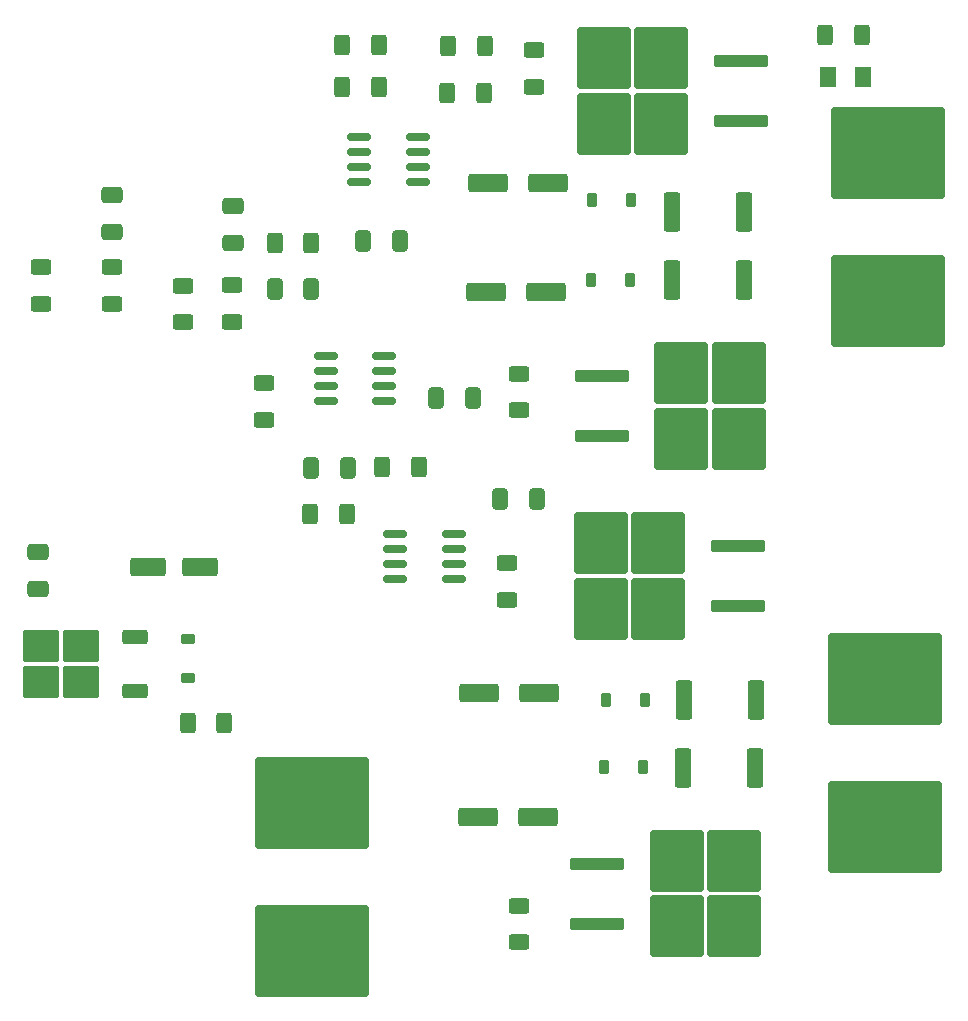
<source format=gtp>
%TF.GenerationSoftware,KiCad,Pcbnew,7.0.7*%
%TF.CreationDate,2023-08-30T15:53:29-04:00*%
%TF.ProjectId,Basic Stereo Amp,42617369-6320-4537-9465-72656f20416d,rev?*%
%TF.SameCoordinates,Original*%
%TF.FileFunction,Paste,Top*%
%TF.FilePolarity,Positive*%
%FSLAX46Y46*%
G04 Gerber Fmt 4.6, Leading zero omitted, Abs format (unit mm)*
G04 Created by KiCad (PCBNEW 7.0.7) date 2023-08-30 15:53:29*
%MOMM*%
%LPD*%
G01*
G04 APERTURE LIST*
G04 Aperture macros list*
%AMRoundRect*
0 Rectangle with rounded corners*
0 $1 Rounding radius*
0 $2 $3 $4 $5 $6 $7 $8 $9 X,Y pos of 4 corners*
0 Add a 4 corners polygon primitive as box body*
4,1,4,$2,$3,$4,$5,$6,$7,$8,$9,$2,$3,0*
0 Add four circle primitives for the rounded corners*
1,1,$1+$1,$2,$3*
1,1,$1+$1,$4,$5*
1,1,$1+$1,$6,$7*
1,1,$1+$1,$8,$9*
0 Add four rect primitives between the rounded corners*
20,1,$1+$1,$2,$3,$4,$5,0*
20,1,$1+$1,$4,$5,$6,$7,0*
20,1,$1+$1,$6,$7,$8,$9,0*
20,1,$1+$1,$8,$9,$2,$3,0*%
G04 Aperture macros list end*
%ADD10RoundRect,0.250001X-0.462499X-0.624999X0.462499X-0.624999X0.462499X0.624999X-0.462499X0.624999X0*%
%ADD11RoundRect,0.250000X-2.050000X-0.300000X2.050000X-0.300000X2.050000X0.300000X-2.050000X0.300000X0*%
%ADD12RoundRect,0.250000X-2.025000X-2.375000X2.025000X-2.375000X2.025000X2.375000X-2.025000X2.375000X0*%
%ADD13RoundRect,0.250000X-0.625000X0.400000X-0.625000X-0.400000X0.625000X-0.400000X0.625000X0.400000X0*%
%ADD14RoundRect,0.250000X2.050000X0.300000X-2.050000X0.300000X-2.050000X-0.300000X2.050000X-0.300000X0*%
%ADD15RoundRect,0.250000X2.025000X2.375000X-2.025000X2.375000X-2.025000X-2.375000X2.025000X-2.375000X0*%
%ADD16RoundRect,0.250000X0.400000X0.625000X-0.400000X0.625000X-0.400000X-0.625000X0.400000X-0.625000X0*%
%ADD17RoundRect,0.250000X-0.412500X-0.650000X0.412500X-0.650000X0.412500X0.650000X-0.412500X0.650000X0*%
%ADD18RoundRect,0.250000X-0.400000X-0.625000X0.400000X-0.625000X0.400000X0.625000X-0.400000X0.625000X0*%
%ADD19RoundRect,0.249998X-4.550002X3.650002X-4.550002X-3.650002X4.550002X-3.650002X4.550002X3.650002X0*%
%ADD20RoundRect,0.250000X1.250000X0.550000X-1.250000X0.550000X-1.250000X-0.550000X1.250000X-0.550000X0*%
%ADD21RoundRect,0.225000X0.225000X0.375000X-0.225000X0.375000X-0.225000X-0.375000X0.225000X-0.375000X0*%
%ADD22RoundRect,0.225000X-0.375000X0.225000X-0.375000X-0.225000X0.375000X-0.225000X0.375000X0.225000X0*%
%ADD23RoundRect,0.250000X-1.412500X-0.550000X1.412500X-0.550000X1.412500X0.550000X-1.412500X0.550000X0*%
%ADD24RoundRect,0.250000X0.650000X-0.412500X0.650000X0.412500X-0.650000X0.412500X-0.650000X-0.412500X0*%
%ADD25RoundRect,0.249999X0.450001X1.425001X-0.450001X1.425001X-0.450001X-1.425001X0.450001X-1.425001X0*%
%ADD26RoundRect,0.249998X4.550002X-3.650002X4.550002X3.650002X-4.550002X3.650002X-4.550002X-3.650002X0*%
%ADD27RoundRect,0.250000X0.625000X-0.400000X0.625000X0.400000X-0.625000X0.400000X-0.625000X-0.400000X0*%
%ADD28RoundRect,0.249999X-0.450001X-1.425001X0.450001X-1.425001X0.450001X1.425001X-0.450001X1.425001X0*%
%ADD29RoundRect,0.150000X-0.825000X-0.150000X0.825000X-0.150000X0.825000X0.150000X-0.825000X0.150000X0*%
%ADD30RoundRect,0.225000X-0.225000X-0.375000X0.225000X-0.375000X0.225000X0.375000X-0.225000X0.375000X0*%
%ADD31RoundRect,0.250000X-0.650000X0.412500X-0.650000X-0.412500X0.650000X-0.412500X0.650000X0.412500X0*%
%ADD32RoundRect,0.250000X0.850000X0.350000X-0.850000X0.350000X-0.850000X-0.350000X0.850000X-0.350000X0*%
%ADD33RoundRect,0.250000X1.275000X1.125000X-1.275000X1.125000X-1.275000X-1.125000X1.275000X-1.125000X0*%
G04 APERTURE END LIST*
D10*
%TO.C,D6*%
X175112500Y-51800000D03*
X178087500Y-51800000D03*
%TD*%
D11*
%TO.C,Q1*%
X155625000Y-118385000D03*
D12*
X162350000Y-118150000D03*
X162350000Y-123700000D03*
X167200000Y-118150000D03*
X167200000Y-123700000D03*
D11*
X155625000Y-123465000D03*
%TD*%
D13*
%TO.C,R15*%
X150300000Y-49500000D03*
X150300000Y-52600000D03*
%TD*%
D14*
%TO.C,Q2*%
X167500000Y-96580000D03*
D15*
X160775000Y-96815000D03*
X160775000Y-91265000D03*
X155925000Y-96815000D03*
X155925000Y-91265000D03*
D14*
X167500000Y-91500000D03*
%TD*%
D16*
%TO.C,R10*%
X146100000Y-49150000D03*
X143000000Y-49150000D03*
%TD*%
D17*
%TO.C,C2*%
X131400000Y-84895000D03*
X134525000Y-84895000D03*
%TD*%
D18*
%TO.C,R9*%
X142900000Y-53100000D03*
X146000000Y-53100000D03*
%TD*%
D13*
%TO.C,R13*%
X148000000Y-92950000D03*
X148000000Y-96050000D03*
%TD*%
%TO.C,R5*%
X108500000Y-67900000D03*
X108500000Y-71000000D03*
%TD*%
D19*
%TO.C,C10*%
X180250000Y-58250000D03*
X180250000Y-70750000D03*
%TD*%
D20*
%TO.C,C15*%
X122000000Y-93300000D03*
X117600000Y-93300000D03*
%TD*%
D21*
%TO.C,D3*%
X158500000Y-62200000D03*
X155200000Y-62200000D03*
%TD*%
D22*
%TO.C,D5*%
X121000000Y-99350000D03*
X121000000Y-102650000D03*
%TD*%
D23*
%TO.C,C8*%
X146200000Y-70000000D03*
X151275000Y-70000000D03*
%TD*%
D13*
%TO.C,R3*%
X124700000Y-69400000D03*
X124700000Y-72500000D03*
%TD*%
D18*
%TO.C,R21*%
X120950000Y-106500000D03*
X124050000Y-106500000D03*
%TD*%
%TO.C,R7*%
X128304128Y-65810000D03*
X131404128Y-65810000D03*
%TD*%
D23*
%TO.C,C5*%
X145625000Y-103900000D03*
X150700000Y-103900000D03*
%TD*%
D24*
%TO.C,C3*%
X124750000Y-65850000D03*
X124750000Y-62725000D03*
%TD*%
D17*
%TO.C,C1*%
X128291628Y-69760000D03*
X131416628Y-69760000D03*
%TD*%
D25*
%TO.C,R20*%
X168050000Y-69000000D03*
X161950000Y-69000000D03*
%TD*%
D18*
%TO.C,R1*%
X134000000Y-52600000D03*
X137100000Y-52600000D03*
%TD*%
D26*
%TO.C,C9*%
X180000000Y-115250000D03*
X180000000Y-102750000D03*
%TD*%
D27*
%TO.C,R11*%
X127400000Y-80800000D03*
X127400000Y-77700000D03*
%TD*%
D28*
%TO.C,R17*%
X162950000Y-104500000D03*
X169050000Y-104500000D03*
%TD*%
D29*
%TO.C,U3*%
X138525000Y-90440000D03*
X138525000Y-91710000D03*
X138525000Y-92980000D03*
X138525000Y-94250000D03*
X143475000Y-94250000D03*
X143475000Y-92980000D03*
X143475000Y-91710000D03*
X143475000Y-90440000D03*
%TD*%
D18*
%TO.C,R22*%
X174900000Y-48200000D03*
X178000000Y-48200000D03*
%TD*%
D11*
%TO.C,Q3*%
X156000000Y-77085000D03*
D12*
X162725000Y-76850000D03*
X162725000Y-82400000D03*
X167575000Y-76850000D03*
X167575000Y-82400000D03*
D11*
X156000000Y-82165000D03*
%TD*%
D18*
%TO.C,R12*%
X137400000Y-84845000D03*
X140500000Y-84845000D03*
%TD*%
D27*
%TO.C,R4*%
X120500000Y-72550000D03*
X120500000Y-69450000D03*
%TD*%
D30*
%TO.C,D2*%
X156150000Y-110200000D03*
X159450000Y-110200000D03*
%TD*%
D31*
%TO.C,C16*%
X108250000Y-92000000D03*
X108250000Y-95125000D03*
%TD*%
D19*
%TO.C,C13*%
X131500000Y-113250000D03*
X131500000Y-125750000D03*
%TD*%
D17*
%TO.C,C11*%
X135791628Y-65710000D03*
X138916628Y-65710000D03*
%TD*%
D13*
%TO.C,R14*%
X149000000Y-121950000D03*
X149000000Y-125050000D03*
%TD*%
D27*
%TO.C,R6*%
X114500000Y-71000000D03*
X114500000Y-67900000D03*
%TD*%
D21*
%TO.C,D1*%
X159650000Y-104500000D03*
X156350000Y-104500000D03*
%TD*%
D17*
%TO.C,C14*%
X147375000Y-87500000D03*
X150500000Y-87500000D03*
%TD*%
D23*
%TO.C,C7*%
X146362500Y-60800000D03*
X151437500Y-60800000D03*
%TD*%
D25*
%TO.C,R18*%
X168950000Y-110300000D03*
X162850000Y-110300000D03*
%TD*%
D17*
%TO.C,C12*%
X141937500Y-79000000D03*
X145062500Y-79000000D03*
%TD*%
D13*
%TO.C,R16*%
X149000000Y-76900000D03*
X149000000Y-80000000D03*
%TD*%
D18*
%TO.C,R8*%
X131300000Y-88795000D03*
X134400000Y-88795000D03*
%TD*%
D29*
%TO.C,U2*%
X132650000Y-75440000D03*
X132650000Y-76710000D03*
X132650000Y-77980000D03*
X132650000Y-79250000D03*
X137600000Y-79250000D03*
X137600000Y-77980000D03*
X137600000Y-76710000D03*
X137600000Y-75440000D03*
%TD*%
D28*
%TO.C,R19*%
X161950000Y-63250000D03*
X168050000Y-63250000D03*
%TD*%
D29*
%TO.C,U1*%
X135450000Y-56890000D03*
X135450000Y-58160000D03*
X135450000Y-59430000D03*
X135450000Y-60700000D03*
X140400000Y-60700000D03*
X140400000Y-59430000D03*
X140400000Y-58160000D03*
X140400000Y-56890000D03*
%TD*%
D30*
%TO.C,D4*%
X155100000Y-69000000D03*
X158400000Y-69000000D03*
%TD*%
D24*
%TO.C,C4*%
X114500000Y-64912500D03*
X114500000Y-61787500D03*
%TD*%
D23*
%TO.C,C6*%
X145527500Y-114460000D03*
X150602500Y-114460000D03*
%TD*%
D16*
%TO.C,R2*%
X137100000Y-49100000D03*
X134000000Y-49100000D03*
%TD*%
D32*
%TO.C,Q5*%
X116500000Y-103755000D03*
D33*
X111875000Y-103000000D03*
X111875000Y-99950000D03*
X108525000Y-103000000D03*
X108525000Y-99950000D03*
D32*
X116500000Y-99195000D03*
%TD*%
D14*
%TO.C,Q4*%
X167750000Y-55500000D03*
D15*
X161025000Y-55735000D03*
X161025000Y-50185000D03*
X156175000Y-55735000D03*
X156175000Y-50185000D03*
D14*
X167750000Y-50420000D03*
%TD*%
M02*

</source>
